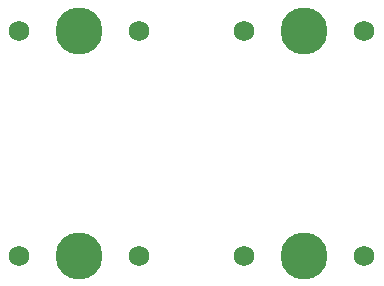
<source format=gts>
%TF.GenerationSoftware,KiCad,Pcbnew,(5.1.10)-1*%
%TF.CreationDate,2021-12-23T21:02:22-05:00*%
%TF.ProjectId,Keypad,4b657970-6164-42e6-9b69-6361645f7063,rev?*%
%TF.SameCoordinates,Original*%
%TF.FileFunction,Soldermask,Top*%
%TF.FilePolarity,Negative*%
%FSLAX46Y46*%
G04 Gerber Fmt 4.6, Leading zero omitted, Abs format (unit mm)*
G04 Created by KiCad (PCBNEW (5.1.10)-1) date 2021-12-23 21:02:22*
%MOMM*%
%LPD*%
G01*
G04 APERTURE LIST*
%ADD10C,3.987800*%
%ADD11C,1.750000*%
G04 APERTURE END LIST*
D10*
%TO.C,K2*%
X96837500Y-52387500D03*
D11*
X91757500Y-52387500D03*
X101917500Y-52387500D03*
%TD*%
D10*
%TO.C,K4*%
X115887500Y-52387500D03*
D11*
X110807500Y-52387500D03*
X120967500Y-52387500D03*
%TD*%
D10*
%TO.C,K3*%
X115887500Y-33337500D03*
D11*
X110807500Y-33337500D03*
X120967500Y-33337500D03*
%TD*%
D10*
%TO.C,K1*%
X96837500Y-33337500D03*
D11*
X91757500Y-33337500D03*
X101917500Y-33337500D03*
%TD*%
M02*

</source>
